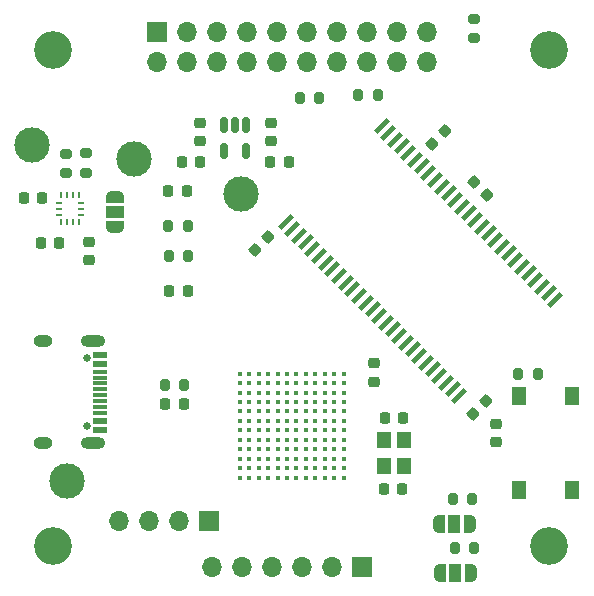
<source format=gts>
%TF.GenerationSoftware,KiCad,Pcbnew,(7.0.0-0)*%
%TF.CreationDate,2023-03-31T20:35:08+03:00*%
%TF.ProjectId,base_board,62617365-5f62-46f6-9172-642e6b696361,rev?*%
%TF.SameCoordinates,Original*%
%TF.FileFunction,Soldermask,Top*%
%TF.FilePolarity,Negative*%
%FSLAX46Y46*%
G04 Gerber Fmt 4.6, Leading zero omitted, Abs format (unit mm)*
G04 Created by KiCad (PCBNEW (7.0.0-0)) date 2023-03-31 20:35:08*
%MOMM*%
%LPD*%
G01*
G04 APERTURE LIST*
G04 Aperture macros list*
%AMRoundRect*
0 Rectangle with rounded corners*
0 $1 Rounding radius*
0 $2 $3 $4 $5 $6 $7 $8 $9 X,Y pos of 4 corners*
0 Add a 4 corners polygon primitive as box body*
4,1,4,$2,$3,$4,$5,$6,$7,$8,$9,$2,$3,0*
0 Add four circle primitives for the rounded corners*
1,1,$1+$1,$2,$3*
1,1,$1+$1,$4,$5*
1,1,$1+$1,$6,$7*
1,1,$1+$1,$8,$9*
0 Add four rect primitives between the rounded corners*
20,1,$1+$1,$2,$3,$4,$5,0*
20,1,$1+$1,$4,$5,$6,$7,0*
20,1,$1+$1,$6,$7,$8,$9,0*
20,1,$1+$1,$8,$9,$2,$3,0*%
%AMRotRect*
0 Rectangle, with rotation*
0 The origin of the aperture is its center*
0 $1 length*
0 $2 width*
0 $3 Rotation angle, in degrees counterclockwise*
0 Add horizontal line*
21,1,$1,$2,0,0,$3*%
%AMFreePoly0*
4,1,19,0.550000,-0.750000,0.000000,-0.750000,0.000000,-0.744911,-0.071157,-0.744911,-0.207708,-0.704816,-0.327430,-0.627875,-0.420627,-0.520320,-0.479746,-0.390866,-0.500000,-0.250000,-0.500000,0.250000,-0.479746,0.390866,-0.420627,0.520320,-0.327430,0.627875,-0.207708,0.704816,-0.071157,0.744911,0.000000,0.744911,0.000000,0.750000,0.550000,0.750000,0.550000,-0.750000,0.550000,-0.750000,
$1*%
%AMFreePoly1*
4,1,19,0.000000,0.744911,0.071157,0.744911,0.207708,0.704816,0.327430,0.627875,0.420627,0.520320,0.479746,0.390866,0.500000,0.250000,0.500000,-0.250000,0.479746,-0.390866,0.420627,-0.520320,0.327430,-0.627875,0.207708,-0.704816,0.071157,-0.744911,0.000000,-0.744911,0.000000,-0.750000,-0.550000,-0.750000,-0.550000,0.750000,0.000000,0.750000,0.000000,0.744911,0.000000,0.744911,
$1*%
G04 Aperture macros list end*
%ADD10RoundRect,0.225000X0.017678X-0.335876X0.335876X-0.017678X-0.017678X0.335876X-0.335876X0.017678X0*%
%ADD11RoundRect,0.225000X-0.335876X-0.017678X-0.017678X-0.335876X0.335876X0.017678X0.017678X0.335876X0*%
%ADD12RoundRect,0.200000X0.200000X0.275000X-0.200000X0.275000X-0.200000X-0.275000X0.200000X-0.275000X0*%
%ADD13RoundRect,0.225000X-0.225000X-0.250000X0.225000X-0.250000X0.225000X0.250000X-0.225000X0.250000X0*%
%ADD14C,3.000000*%
%ADD15RotRect,1.510000X0.458000X45.000000*%
%ADD16RoundRect,0.225000X0.225000X0.250000X-0.225000X0.250000X-0.225000X-0.250000X0.225000X-0.250000X0*%
%ADD17RoundRect,0.218750X-0.218750X-0.256250X0.218750X-0.256250X0.218750X0.256250X-0.218750X0.256250X0*%
%ADD18RoundRect,0.218750X0.218750X0.256250X-0.218750X0.256250X-0.218750X-0.256250X0.218750X-0.256250X0*%
%ADD19FreePoly0,270.000000*%
%ADD20R,1.500000X1.000000*%
%ADD21FreePoly1,270.000000*%
%ADD22R,1.300000X1.550000*%
%ADD23RoundRect,0.218750X-0.256250X0.218750X-0.256250X-0.218750X0.256250X-0.218750X0.256250X0.218750X0*%
%ADD24FreePoly0,180.000000*%
%ADD25R,1.000000X1.500000*%
%ADD26FreePoly1,180.000000*%
%ADD27RoundRect,0.200000X-0.200000X-0.275000X0.200000X-0.275000X0.200000X0.275000X-0.200000X0.275000X0*%
%ADD28C,3.200000*%
%ADD29RoundRect,0.225000X-0.250000X0.225000X-0.250000X-0.225000X0.250000X-0.225000X0.250000X0.225000X0*%
%ADD30RoundRect,0.200000X-0.275000X0.200000X-0.275000X-0.200000X0.275000X-0.200000X0.275000X0.200000X0*%
%ADD31R,1.200000X1.400000*%
%ADD32R,1.700000X1.700000*%
%ADD33O,1.700000X1.700000*%
%ADD34RoundRect,0.225000X0.250000X-0.225000X0.250000X0.225000X-0.250000X0.225000X-0.250000X-0.225000X0*%
%ADD35RoundRect,0.200000X0.275000X-0.200000X0.275000X0.200000X-0.275000X0.200000X-0.275000X-0.200000X0*%
%ADD36RoundRect,0.225000X-0.017678X0.335876X-0.335876X0.017678X0.017678X-0.335876X0.335876X-0.017678X0*%
%ADD37RoundRect,0.150000X-0.150000X0.512500X-0.150000X-0.512500X0.150000X-0.512500X0.150000X0.512500X0*%
%ADD38C,0.400000*%
%ADD39R,0.250000X0.475000*%
%ADD40R,0.475000X0.250000*%
%ADD41C,0.650000*%
%ADD42R,1.150000X0.300000*%
%ADD43R,1.145000X0.600000*%
%ADD44R,1.150000X0.600000*%
%ADD45O,2.100000X1.000000*%
%ADD46O,1.600000X1.000000*%
G04 APERTURE END LIST*
D10*
X142601992Y-102828008D03*
X143698008Y-101731992D03*
D11*
X142690000Y-83140000D03*
X143786016Y-84236016D03*
D12*
X134515000Y-75780000D03*
X132865000Y-75780000D03*
D13*
X104555000Y-84500000D03*
X106105000Y-84500000D03*
D14*
X105250000Y-80000000D03*
D15*
X126740247Y-86593703D03*
X127305933Y-87159389D03*
X127871618Y-87725074D03*
X128437304Y-88290760D03*
X129002989Y-88856445D03*
X129568675Y-89422131D03*
X130134360Y-89987816D03*
X130700045Y-90553501D03*
X131265731Y-91119187D03*
X131831416Y-91684872D03*
X132397102Y-92250558D03*
X132962787Y-92816243D03*
X133528473Y-93381929D03*
X134094158Y-93947614D03*
X134659843Y-94513299D03*
X135225529Y-95078985D03*
X135791214Y-95644670D03*
X136356900Y-96210356D03*
X136922585Y-96776041D03*
X137488271Y-97341727D03*
X138053956Y-97907412D03*
X138619641Y-98473097D03*
X139185327Y-99038783D03*
X139751012Y-99604468D03*
X140316698Y-100170154D03*
X140882383Y-100735839D03*
X141448069Y-101301525D03*
X149579797Y-93169797D03*
X149014111Y-92604111D03*
X148448426Y-92038426D03*
X147882740Y-91472740D03*
X147317055Y-90907055D03*
X146751369Y-90341369D03*
X146185684Y-89775684D03*
X145619999Y-89209999D03*
X145054313Y-88644313D03*
X144488628Y-88078628D03*
X143922942Y-87512942D03*
X143357257Y-86947257D03*
X142791571Y-86381571D03*
X142225886Y-85815886D03*
X141660201Y-85250201D03*
X141094515Y-84684515D03*
X140528830Y-84118830D03*
X139963144Y-83553144D03*
X139397459Y-82987459D03*
X138831773Y-82421773D03*
X138266088Y-81856088D03*
X137700403Y-81290403D03*
X137134717Y-80724717D03*
X136569032Y-80159032D03*
X136003346Y-79593346D03*
X135437661Y-79027661D03*
X134871975Y-78461975D03*
D16*
X119495000Y-81450500D03*
X117945000Y-81450500D03*
X136610000Y-109130000D03*
X135060000Y-109130000D03*
D17*
X116815000Y-83920000D03*
X118390000Y-83920000D03*
D18*
X118097500Y-102000000D03*
X116522500Y-102000000D03*
D19*
X112250000Y-84400000D03*
D20*
X112249999Y-85699999D03*
D21*
X112250000Y-87000000D03*
D22*
X150989999Y-101329999D03*
X150989999Y-109279999D03*
X146489999Y-101329999D03*
X146489999Y-109279999D03*
D14*
X108200000Y-108470000D03*
D23*
X134180000Y-98512500D03*
X134180000Y-100087500D03*
D24*
X142400000Y-116270000D03*
D25*
X141099999Y-116269999D03*
D26*
X139800000Y-116270000D03*
D27*
X140900000Y-110005000D03*
X142550000Y-110005000D03*
D28*
X107000000Y-114000000D03*
D13*
X106005000Y-88310000D03*
X107555000Y-88310000D03*
D29*
X119470000Y-78175500D03*
X119470000Y-79725500D03*
D14*
X122970000Y-84200500D03*
D30*
X108115000Y-80765000D03*
X108115000Y-82415000D03*
D29*
X110120000Y-88265000D03*
X110120000Y-89815000D03*
D31*
X136789999Y-107239999D03*
X136789999Y-105039999D03*
X135089999Y-105039999D03*
X135089999Y-107239999D03*
D14*
X113900000Y-81250000D03*
D32*
X115839999Y-70459999D03*
D33*
X115839999Y-72999999D03*
X118379999Y-70459999D03*
X118379999Y-72999999D03*
X120919999Y-70459999D03*
X120919999Y-72999999D03*
X123459999Y-70459999D03*
X123459999Y-72999999D03*
X125999999Y-70459999D03*
X125999999Y-72999999D03*
X128539999Y-70459999D03*
X128539999Y-72999999D03*
X131079999Y-70459999D03*
X131079999Y-72999999D03*
X133619999Y-70459999D03*
X133619999Y-72999999D03*
X136159999Y-70459999D03*
X136159999Y-72999999D03*
X138699999Y-70459999D03*
X138699999Y-72999999D03*
D13*
X125445000Y-81450500D03*
X126995000Y-81450500D03*
D18*
X118465000Y-92401250D03*
X116890000Y-92401250D03*
D32*
X133169999Y-115749999D03*
D33*
X130629999Y-115749999D03*
X128089999Y-115749999D03*
X125549999Y-115749999D03*
X123009999Y-115749999D03*
X120469999Y-115749999D03*
D13*
X135150000Y-103120000D03*
X136700000Y-103120000D03*
D12*
X118502500Y-89401250D03*
X116852500Y-89401250D03*
D28*
X149000000Y-114000000D03*
D34*
X125470000Y-79725500D03*
X125470000Y-78175500D03*
D35*
X142670000Y-70985000D03*
X142670000Y-69335000D03*
D36*
X125238008Y-87861992D03*
X124141992Y-88958008D03*
D37*
X123420000Y-78313000D03*
X122470000Y-78313000D03*
X121520000Y-78313000D03*
X121520000Y-80588000D03*
X123420000Y-80588000D03*
D27*
X146425000Y-99440000D03*
X148075000Y-99440000D03*
D30*
X109825000Y-80750000D03*
X109825000Y-82400000D03*
D38*
X131650000Y-108200000D03*
X130850000Y-108200000D03*
X130050000Y-108200000D03*
X129250000Y-108200000D03*
X128450000Y-108200000D03*
X127650000Y-108200000D03*
X126850000Y-108200000D03*
X126050000Y-108200000D03*
X125250000Y-108200000D03*
X124450000Y-108200000D03*
X123650000Y-108200000D03*
X122850000Y-108200000D03*
X131650000Y-107400000D03*
X130850000Y-107400000D03*
X130050000Y-107400000D03*
X129250000Y-107400000D03*
X128450000Y-107400000D03*
X127650000Y-107400000D03*
X126850000Y-107400000D03*
X126050000Y-107400000D03*
X125250000Y-107400000D03*
X124450000Y-107400000D03*
X123650000Y-107400000D03*
X122850000Y-107400000D03*
X131650000Y-106600000D03*
X130850000Y-106600000D03*
X130050000Y-106600000D03*
X129250000Y-106600000D03*
X128450000Y-106600000D03*
X127650000Y-106600000D03*
X126850000Y-106600000D03*
X126050000Y-106600000D03*
X125250000Y-106600000D03*
X124450000Y-106600000D03*
X123650000Y-106600000D03*
X122850000Y-106600000D03*
X131650000Y-105800000D03*
X130850000Y-105800000D03*
X130050000Y-105800000D03*
X129250000Y-105800000D03*
X128450000Y-105800000D03*
X127650000Y-105800000D03*
X126850000Y-105800000D03*
X126050000Y-105800000D03*
X125250000Y-105800000D03*
X124450000Y-105800000D03*
X123650000Y-105800000D03*
X122850000Y-105800000D03*
X131650000Y-105000000D03*
X130850000Y-105000000D03*
X130050000Y-105000000D03*
X129250000Y-105000000D03*
X128450000Y-105000000D03*
X127650000Y-105000000D03*
X126850000Y-105000000D03*
X126050000Y-105000000D03*
X125250000Y-105000000D03*
X124450000Y-105000000D03*
X123650000Y-105000000D03*
X122850000Y-105000000D03*
X131650000Y-104200000D03*
X130850000Y-104200000D03*
X130050000Y-104200000D03*
X129250000Y-104200000D03*
X128450000Y-104200000D03*
X127650000Y-104200000D03*
X126850000Y-104200000D03*
X126050000Y-104200000D03*
X125250000Y-104200000D03*
X124450000Y-104200000D03*
X123650000Y-104200000D03*
X122850000Y-104200000D03*
X131650000Y-103400000D03*
X130850000Y-103400000D03*
X130050000Y-103400000D03*
X129250000Y-103400000D03*
X128450000Y-103400000D03*
X127650000Y-103400000D03*
X126850000Y-103400000D03*
X126050000Y-103400000D03*
X125250000Y-103400000D03*
X124450000Y-103400000D03*
X123650000Y-103400000D03*
X122850000Y-103400000D03*
X131650000Y-102600000D03*
X130850000Y-102600000D03*
X130050000Y-102600000D03*
X129250000Y-102600000D03*
X128450000Y-102600000D03*
X127650000Y-102600000D03*
X126850000Y-102600000D03*
X126050000Y-102600000D03*
X125250000Y-102600000D03*
X124450000Y-102600000D03*
X123650000Y-102600000D03*
X122850000Y-102600000D03*
X131650000Y-101800000D03*
X130850000Y-101800000D03*
X130050000Y-101800000D03*
X129250000Y-101800000D03*
X128450000Y-101800000D03*
X127650000Y-101800000D03*
X126850000Y-101800000D03*
X126050000Y-101800000D03*
X125250000Y-101800000D03*
X124450000Y-101800000D03*
X123650000Y-101800000D03*
X122850000Y-101800000D03*
X131650000Y-101000000D03*
X130850000Y-101000000D03*
X130050000Y-101000000D03*
X129250000Y-101000000D03*
X128450000Y-101000000D03*
X127650000Y-101000000D03*
X126850000Y-101000000D03*
X126050000Y-101000000D03*
X125250000Y-101000000D03*
X124450000Y-101000000D03*
X123650000Y-101000000D03*
X122850000Y-101000000D03*
X131650000Y-100200000D03*
X130850000Y-100200000D03*
X130050000Y-100200000D03*
X129250000Y-100200000D03*
X128450000Y-100200000D03*
X127650000Y-100200000D03*
X126850000Y-100200000D03*
X126050000Y-100200000D03*
X125250000Y-100200000D03*
X124450000Y-100200000D03*
X123650000Y-100200000D03*
X122850000Y-100200000D03*
X131650000Y-99400000D03*
X130850000Y-99400000D03*
X130050000Y-99400000D03*
X129250000Y-99400000D03*
X128450000Y-99400000D03*
X127650000Y-99400000D03*
X126850000Y-99400000D03*
X126050000Y-99400000D03*
X125250000Y-99400000D03*
X124450000Y-99400000D03*
X123650000Y-99400000D03*
X122850000Y-99400000D03*
D10*
X139111992Y-79928008D03*
X140208008Y-78831992D03*
D28*
X149000000Y-72000000D03*
D29*
X144550000Y-103655000D03*
X144550000Y-105205000D03*
D27*
X116777500Y-86920000D03*
X118427500Y-86920000D03*
D39*
X109214999Y-84272499D03*
X108714999Y-84272499D03*
X108214999Y-84272499D03*
X107714999Y-84272499D03*
D40*
X107552499Y-84934999D03*
X107552499Y-85434999D03*
X107552499Y-85934999D03*
D39*
X107714999Y-86597499D03*
X108214999Y-86597499D03*
X108714999Y-86597499D03*
X109214999Y-86597499D03*
D40*
X109377499Y-85934999D03*
X109377499Y-85434999D03*
X109377499Y-84934999D03*
D32*
X120279999Y-111869999D03*
D33*
X117739999Y-111869999D03*
X115199999Y-111869999D03*
X112659999Y-111869999D03*
D41*
X109915000Y-98090000D03*
X109915000Y-103870000D03*
D42*
X110979999Y-99729999D03*
X110979999Y-100729999D03*
X110979999Y-101229999D03*
X110979999Y-102229999D03*
D43*
X110982499Y-103379999D03*
D44*
X110979999Y-104179999D03*
D42*
X110979999Y-102729999D03*
X110979999Y-101729999D03*
X110979999Y-100229999D03*
X110979999Y-99229999D03*
D43*
X110982499Y-98579999D03*
X110982499Y-97779999D03*
D45*
X110414999Y-96659999D03*
D46*
X106234999Y-96659999D03*
D45*
X110414999Y-105299999D03*
D46*
X106234999Y-105299999D03*
D12*
X129565000Y-76070000D03*
X127915000Y-76070000D03*
X118135000Y-100340000D03*
X116485000Y-100340000D03*
D24*
X142325000Y-112120000D03*
D25*
X141024999Y-112119999D03*
D26*
X139725000Y-112120000D03*
D27*
X141050000Y-114195000D03*
X142700000Y-114195000D03*
D28*
X107000000Y-72000000D03*
M02*

</source>
